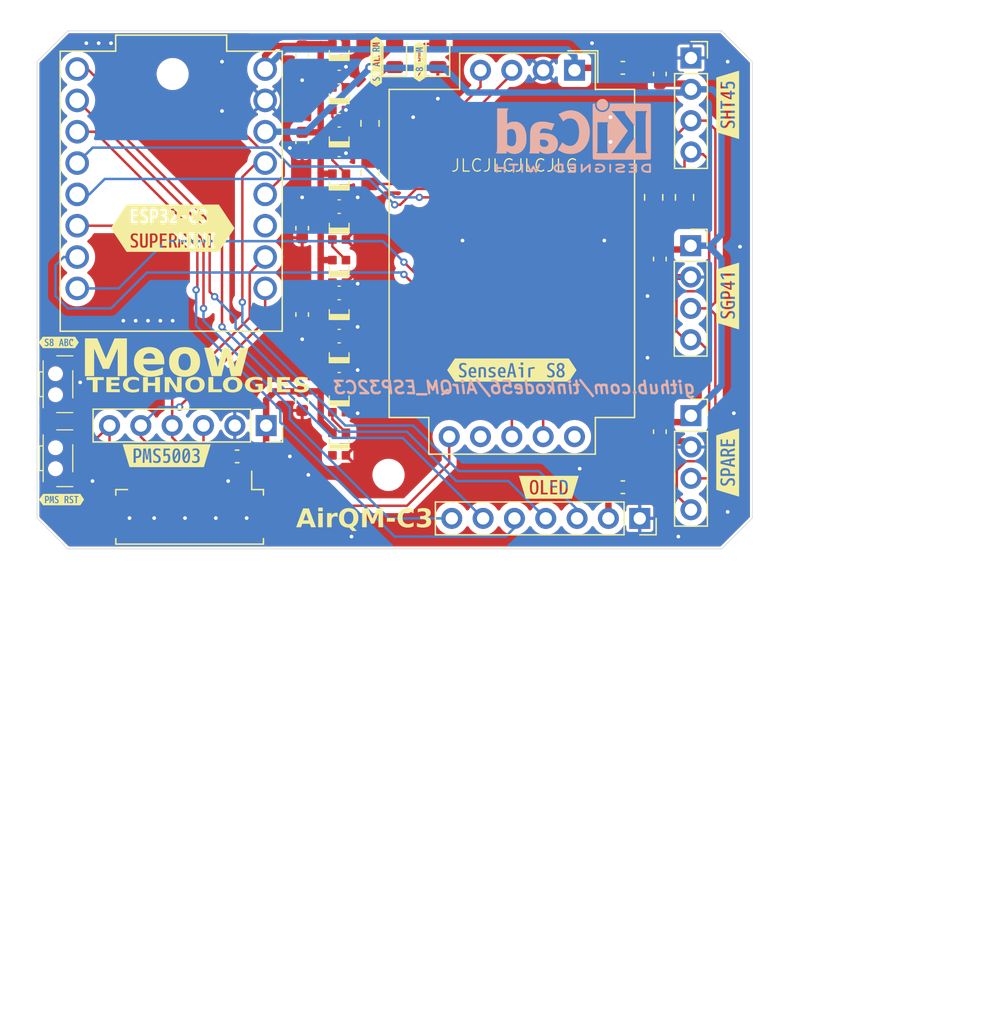
<source format=kicad_pcb>
(kicad_pcb (version 20240108) (generator "pcbnew") (generator_version "8.0")
  (title_block (title "AirQM-C3") (date "2024-03-29") (rev "1") (company "Meow TECHNOLOGIES"))
  (layers (0 "F.Cu" signal) (31 "B.Cu" signal) (34 "B.Paste" user) (35 "F.Paste" user) (36 "B.SilkS" user "B.Silkscreen") (37 "F.SilkS" user "F.Silkscreen") (38 "B.Mask" user) (39 "F.Mask" user) (44 "Edge.Cuts" user))
  (net 0 "")
  (net 1 "+5V")
  (net 2 "GND")
  (net 3 "+3.3V")
  (net 4 "Net-(D1-K)")
  (net 5 "Net-(D2-A)")
  (net 6 "/PMS_TX")
  (net 7 "/PMS_RST")
  (net 8 "/PMS_RX")
  (net 10 "unconnected-(J2-Pin_3-Pad3)")
  (net 12 "/I2C_SDA")
  (net 13 "/I2C_SCL")
  (net 14 "/OLED_CS")
  (net 15 "/OLED_SDA")
  (net 16 "/OLED_SCK")
  (net 17 "/OLED_RES")
  (net 18 "/OLED_DC")
  (net 19 "Net-(U2-ALARM_OC)")
  (net 20 "Net-(U2-PWM_1KHZ)")
  (net 21 "Net-(U2-BCAL_IN)")
  (net 23 "/S8_TxD")
  (net 24 "Net-(D3-DOUT)")
  (net 25 "/S8_RxD")
  (net 26 "S8_DVCC")
  (net 28 "/NEOPIXEL")
  (net 29 "Net-(D4-DOUT)")
  (net 30 "Net-(D5-DOUT)")
  (net 31 "Net-(D6-DOUT)")
  (net 32 "Net-(D7-DOUT)")
  (net 33 "Net-(D8-DOUT)")
  (net 34 "Net-(D10-DIN)")
  (net 35 "Net-(D10-DOUT)")
  (net 36 "Net-(D11-DOUT)")
  (footprint "Capacitor_SMD:C_0603_1608Metric" (layer "F.Cu") (at 120.5 83.5 90)
    (property "Reference" "C2" (hide yes))
    (property "Value" "0.1u")
  )
  (footprint "LED_SMD:LED_0805_2012Metric" (layer "F.Cu") (at 102.5 82 90)
    (property "Reference" "D2" (hide yes))
    (property "Value" "PWM_LED")
  )
  (footprint "kibuzzard-660842DD" (layer "F.Cu") (at 72 118)
    (property "Reference" "kibuzzard-660842DD" (hide yes))
    (property "Value" "G***" (hide yes))
  )
  (footprint "Connector_Molex:Molex_PicoBlade_53261-0871_1x08-1MP_P1.25mm_Horizontal" (layer "F.Cu") (at 82.375 118.9)
    (property "Reference" "J2" (hide yes))
    (property "Value" "PMS5003")
  )
  (footprint "ws2812_airqm:ws2812_airqm" (layer "F.Cu") (at 94.5 110 -90)
    (property "Reference" "D11" (hide yes))
    (property "Value" "WS2812B")
  )
  (footprint "Connector_PinSocket_2.54mm:PinSocket_1x06_P2.54mm_Vertical" (layer "F.Cu") (at 88.58 112 -90)
    (property "Reference" "J1" (hide yes))
    (property "Value" "PMS5003 adapt")
  )
  (footprint "kibuzzard-660842BE" (layer "F.Cu") (at 108.5 107.5)
    (property "Reference" "kibuzzard-660842BE" (hide yes))
    (property "Value" "G***" (hide yes))
  )
  (footprint "ws2812_airqm:ws2812_airqm" (layer "F.Cu") (at 94.5 92.5 -90)
    (property "Reference" "D6" (hide yes))
    (property "Value" "WS2812B")
  )
  (footprint "Connector_PinSocket_2.54mm:PinSocket_1x04_P2.54mm_Vertical" (layer "F.Cu") (at 123.025 82.2)
    (property "Reference" "J3" (hide yes))
    (property "Value" "SHT45")
  )
  (footprint "ws2812_airqm:ws2812_airqm" (layer "F.Cu") (at 94.5 113.5 -90)
    (property "Reference" "D12" (hide yes))
    (property "Value" "WS2812B")
  )
  (footprint "kibuzzard-66084210" (layer "F.Cu") (at 126 101.5 90)
    (property "Reference" "kibuzzard-66084210" (hide yes))
    (property "Value" "G***" (hide yes))
  )
  (footprint "ws2812_airqm:ws2812_airqm" (layer "F.Cu") (at 94.5 103 -90)
    (property "Reference" "D9" (hide yes))
    (property "Value" "WS2812B")
  )
  (footprint "ws2812_airqm:ws2812_airqm" (layer "F.Cu") (at 94.5 99.5 -90)
    (property "Reference" "D8" (hide yes))
    (property "Value" "WS2812B")
  )
  (footprint "esp32c3_supermini:MODULE_ESP32-C3_SUPERMINI" (layer "F.Cu") (at 80.88 93)
    (property "Reference" "U1" (hide yes))
    (property "Value" "ESP32-C3_SUPERMINI")
  )
  (footprint "Capacitor_SMD:C_0603_1608Metric" (layer "F.Cu") (at 91.5 103 -90)
    (property "Reference" "C10" (hide yes))
    (property "Value" "0.1u")
  )
  (footprint "Resistor_SMD:R_0805_2012Metric" (layer "F.Cu") (at 122.5 93.5 -90)
    (property "Reference" "R4" (hide yes))
    (property "Value" "10k")
  )
  (footprint "MountingHole:MountingHole_2.1mm" (layer "F.Cu") (at 81 83.5)
    (property "Reference" "REF**" (hide yes))
    (property "Value" "MountingHole_2.1mm")
  )
  (footprint "Capacitor_SMD:C_0603_1608Metric" (layer "F.Cu") (at 120.5 98.5 -90)
    (property "Reference" "C3" (hide yes))
    (property "Value" "0.1u")
  )
  (footprint "Resistor_SMD:R_0805_2012Metric" (layer "F.Cu") (at 120 93.5 -90)
    (property "Reference" "R3" (hide yes))
    (property "Value" "10k")
  )
  (footprint "kibuzzard-66084234" (layer "F.Cu") (at 126 115 90)
    (property "Reference" "kibuzzard-66084234" (hide yes))
    (property "Value" "G***" (hide yes))
  )
  (footprint "ws2812_airqm:ws2812_airqm" (layer "F.Cu") (at 94.5 82 -90)
    (property "Reference" "D3" (hide yes))
    (property "Value" "WS2812B")
  )
  (footprint "Sensor:Senseair_S8_Up" (layer "F.Cu") (at 113.58 83.1975 -90)
    (property "Reference" "U2" (hide yes))
    (property "Value" "004-0-0053")
  )
  (footprint "ws2812_airqm:ws2812_airqm" (layer "F.Cu") (at 94.5 89 -90)
    (property "Reference" "D5" (hide yes))
    (property "Value" "WS2812B")
  )
  (footprint "Connector_PinSocket_2.54mm:PinSocket_1x04_P2.54mm_Vertical" (layer "F.Cu") (at 123.025 111.2)
    (property "Reference" "J5" (hide yes))
    (property "Value" "Spare I2C")
  )
  (footprint "LED_SMD:LED_0805_2012Metric" (layer "F.Cu") (at 99 82 90)
    (property "Reference" "D1" (hide yes))
    (property "Value" "Alarm_LED")
  )
  (footprint "Capacitor_SMD:C_0603_1608Metric" (layer "F.Cu") (at 91.5 96 -90)
    (property "Reference" "C9" (hide yes))
    (property "Value" "0.1u")
  )
  (footprint "tactile_switch_airqm:tactile_switch_airqm" (layer "F.Cu") (at 71.5 108.65 90)
    (property "Reference" "SW2" (hide yes))
    (property "Value" "SW_Push")
  )
  (footprint "kibuzzard-6608431D" (layer "F.Cu") (at 97.5 82.5 90)
    (property "Reference" "kibuzzard-6608431D" (hide yes))
    (property "Value" "G***" (hide yes))
  )
  (footprint "Capacitor_SMD:C_0603_1608Metric" (layer "F.Cu") (at 91.5 89 -90)
    (property "Reference" "C8" (hide yes))
    (property "Value" "0.1u")
  )
  (footprint "ws2812_airqm:ws2812_airqm" (layer "F.Cu") (at 94.5 106.5 -90)
    (property "Reference" "D10" (hide yes))
    (property "Value" "WS2812B")
  )
  (footprint "Capacitor_SMD:C_0603_1608Metric" (layer "F.Cu") (at 117.5 117)
    (property "Reference" "C5" (hide yes))
    (property "Value" "0.1u")
  )
  (footprint "Capacitor_SMD:C_0603_1608Metric" (layer "F.Cu") (at 120.5 112.5 -90)
    (property "Reference" "C4" (hide yes))
    (property "Value" "0.1u")
  )
  (footprint "kibuzzard-66084205" (layer "F.Cu") (at 126 86 90)
    (property "Reference" "kibuzzard-66084205" (hide yes))
    (property "Value" "G***" (hide yes))
  )
  (footprint "Connector_PinSocket_2.54mm:PinSocket_1x07_P2.54mm_Vertical" (layer "F.Cu") (at 118.87 119.525 -90)
    (property "Reference" "J6" (hide yes))
    (property "Value" "OLED")
  )
  (footprint "Capacitor_SMD:C_0603_1608Metric" (layer "F.Cu") (at 91.5 82 -90)
    (property "Reference" "C7" (hide yes))
    (property "Value" "0.1u")
  )
  (footprint "Capacitor_SMD:C_0603_1608Metric" (layer "F.Cu") (at 86.225 114.5 180)
    (property "Reference" "C6" (hide yes))
    (property "Value" "0.1u")
  )
  (footprint "Connector_PinSocket_2.54mm:PinSocket_1x04_P2.54mm_Vertical" (layer "F.Cu") (at 123 97.42)
    (property "Reference" "J4" (hide yes))
    (property "Value" "SGP41")
  )
  (footprint "Capacitor_SMD:C_0603_1608Metric" (layer "F.Cu") (at 91.5 110 -90)
    (property "Reference" "C11" (hide yes))
    (property "Value" "0.1u")
  )
  (footprint "kibuzzard-6608425C" (layer "F.Cu") (at 80.513824 114.443631)
    (property "Reference" "kibuzzard-6608425C" (hide yes))
    (property "Value" "G***" (hide yes))
  )
  (footprint "Resistor_SMD:R_0805_2012Metric" (layer "F.Cu") (at 97 87.5 90)
    (property "Reference" "R2" (hide yes))
    (property "Value" "4.7k")
  )
  (footprint "MountingHole:MountingHole_2.1mm" (layer "F.Cu") (at 98.5 116)
    (property "Reference" "REF**" (hide yes))
    (property "Value" "MountingHole_2.1mm")
  )
  (footprint "Resistor_SMD:R_0805_2012Metric" (layer "F.Cu") (at 97 91.5 90)
    (property "Reference" "R1" (hide yes))
    (property "Value" "4.7k")
  )
  (footprint "ws2812_airqm:ws2812_airqm" (layer "F.Cu") (at 94.5 96 -90)
    (property "Reference" "D7" (hide yes))
    (property "Value" "WS2812B")
  )
  (footprint "kibuzzard-660842A3" (layer "F.Cu") (at 81 96)
    (property "Reference" "kibuzzard-660842A3" (hide yes))
    (property "Value" "G***" (hide yes))
  )
  (footprint "kibuzzard-660842F1" (layer "F.Cu") (at 71.773801 105.260215)
    (property "Reference" "kibuzzard-660842F1" (hide yes))
    (property "Value" "G***" (hide yes))
  )
  (footprint "Capacitor_SMD:C_0603_1608Metric" (layer "F.Cu") (at 117.5 83)
    (property "Reference" "C1" (hide yes))
    (property "Value" "0.1u")
  )
  (footprint "kibuzzard-66084249" (layer "F.Cu") (at 111.5 117)
    (property "Reference" "kibuzzard-66084249" (hide yes))
    (property "Value" "G***" (hide yes))
  )
  (footprint "ws2812_airqm:ws2812_airqm" (layer "F.Cu") (at 94.5 85.5 -90)
    (property "Reference" "D4" (hide yes))
    (property "Value" "WS2812B")
  )
  (footprint "kibuzzard-66084324" (layer "F.Cu") (at 101 82.5 90)
    (property "Reference" "kibuzzard-66084324" (hide yes))
    (property "Value" "G***" (hide yes))
  )
  (footprint "tactile_switch_airqm:tactile_switch_airqm" (layer "F.Cu") (at 71.5 114.65 90)
    (property "Reference" "SW1" (hide yes))
    (property "Value" "SW_Push")
  )
  (footprint "Symbol:KiCad-Logo2_5mm_SilkScreen" (layer "B.Cu") (at 113.5 88.5 180)
    (property "Reference" "REF**" (hide yes))
    (property "Value" "KiCad-Logo2_5mm_SilkScreen" (hide yes))
  )
  (gr_line (start 70 82.5) (end 70 119.5) (stroke (width 0.05)) (layer "Edge.Cuts"))
  (gr_line (start 72.5 122) (end 70 119.5) (stroke (width 0.05)) (layer "Edge.Cuts"))
  (gr_line (start 128 82.5) (end 128 119.5) (stroke (width 0.05)) (layer "Edge.Cuts"))
  (gr_line (start 125.5 122) (end 128 119.5) (stroke (width 0.05)) (layer "Edge.Cuts"))
  (gr_line (start 125.5 80) (end 128 82.5) (stroke (width 0.05)) (layer "Edge.Cuts"))
  (gr_line (start 70 82.5) (end 72.5 80) (stroke (width 0.05)) (layer "Edge.Cuts"))
  (gr_line (start 72.5 122) (end 125.5 122) (stroke (width 0.05)) (layer "Edge.Cuts"))
  (gr_line (start 125.5 80) (end 72.5 80) (stroke (width 0.05)) (layer "Edge.Cuts"))
  (gr_text "github.com/tinkode56/AirQM_ESP32C3" (at 123.5 109.5 0) (layer "B.SilkS") (effects (font (size 1 1) (thickness 0.2) (bold yes) (italic yes)) (justify left bottom mirror)))
  (gr_text "TECHNOLOGIES" (at 74 109.5 0) (layer "F.SilkS") (effects (font (size 1.2 1.5) (thickness 0.25) (bold yes)) (justify left bottom)))
  (gr_text "JLCJLCJLCJLC" (at 103.5 91.5 0) (layer "F.SilkS") (effects (font (size 1 1) (thickness 0.1)) (justify left bottom)))
  (gr_text "Meow" (at 73.5 108.5 0) (layer "F.SilkS") (effects (font (size 3 3) (thickness 0.6) (bold yes)) (justify left bottom)))
  (gr_text "AirQM-C3" (at 91 120.5 0) (layer "F.SilkS") (effects (font (size 1.5 1.5) (thickness 0.3) (bold yes)) (justify left bottom)))
  (segment (start 93.085 98.585) (end 93 98.5) (width 0.52) (layer "F.Cu") (net 1))
  (segment (start 88.5 82) (end 89.275 81.225) (width 0.52) (layer "F.Cu") (net 1))
  (segment (start 93.81 88.225) (end 93.95 88.085) (width 0.52) (layer "F.Cu") (net 1))
  (segment (start 86.75 116.5) (end 86.75 114.75) (width 0.52) (layer "F.Cu") (net 1))
  (segment (start 93 84.5) (end 93 91.5) (width 0.52) (layer "F.Cu") (net 1))
  (segment (start 91.5 109.225) (end 93.81 109.225) (width 0.52) (layer "F.Cu") (net 1))
  (segment (start 116.725 83) (end 113.7775 83) (width 0.52) (layer "F.Cu") (net 1))
  (segment (start 93.085 105.585) (end 93 105.5) (width 0.52) (layer "F.Cu") (net 1))
  (segment (start 87.5 114.5) (end 88.58 113.42) (width 0.52) (layer "F.Cu") (net 1))
  (segment (start 93.95 91.585) (end 93.085 91.585) (width 0.52) (layer "F.Cu") (net 1))
  (segment (start 93 105.5) (end 93 111.635) (width 0.52) (layer "F.Cu") (net 1))
  (segment (start 93.95 105.585) (end 93.085 105.585) (width 0.52) (layer "F.Cu") (net 1))
  (segment (start 91.5 102.225) (end 93.81 102.225) (width 0.52) (layer "F.Cu") (net 1))
  (segment (start 93 98.5) (end 93 105.5) (width 0.52) (layer "F.Cu") (net 1))
  (segment (start 93 111.635) (end 93.95 112.585) (width 0.52) (layer "F.Cu") (net 1))
  (segment (start 93.81 109.225) (end 93.95 109.085) (width 0.52) (layer "F.Cu") (net 1))
  (segment (start 88.58 112) (end 88.58 109.92) (width 0.52) (layer "F.Cu") (net 1))
  (segment (start 93.95 84.585) (end 93.085 84.585) (width 0.52) (layer "F.Cu") (net 1))
  (segment (start 88.58 109.92) (end 89.275 109.225) (width 0.52) (layer "F.Cu") (net 1))
  (segment (start 93 91.5) (end 93 98.5) (width 0.52) (layer "F.Cu") (net 1))
  (segment (start 93.085 91.585) (end 93 91.5) (width 0.52) (layer "F.Cu") (net 1))
  (segment (start 88.58 113.42) (end 88.58 112) (width 0.52) (layer "F.Cu") (net 1))
  (segment (start 87 114.5) (end 87.5 114.5) (width 0.52) (layer "F.Cu") (net 1))
  (segment (start 88.5 83.1) (end 88.5 82) (width 0.52) (layer "F.Cu") (net 1))
  (segment (start 91.64 81.085) (end 91.5 81.225) (width 0.52) (layer "F.Cu") (net 1))
  (segment (start 91.5 88.225) (end 93.81 88.225) (width 0.52) (layer "F.Cu") (net 1))
  (segment (start 93.95 98.585) (end 93.085 98.585) (width 0.52) (layer "F.Cu") (net 1))
  (segment (start 93.81 102.225) (end 93.95 102.085) (width 0.52) (layer "F.Cu") (net 1))
  (segment (start 93.81 95.225) (end 93.95 95.085) (width 0.52) (layer "F.Cu") (net 1))
  (segment (start 86.75 114.75) (end 87 114.5) (width 0.52) (layer "F.Cu") (net 1))
  (segment (start 91.5 95.225) (end 93.81 95.225) (width 0.52) (layer "F.Cu") (net 1))
  (segment (start 113.7775 83) (end 113.58 83.1975) (width 0.52) (layer "F.Cu") (net 1))
  (segment (start 93 81.085) (end 93 84.5) (width 0.52) (layer "F.Cu") (net 1))
  (segment (start 93.085 84.585) (end 93 84.5) (width 0.52) (layer "F.Cu") (net 1))
  (segment (start 93 81.085) (end 91.64 81.085) (width 0.52) (layer "F.Cu") (net 1))
  (segment (start 93.95 81.085) (end 93 81.085) (width 0.52) (layer "F.Cu") (net 1))
  (segment (start 89.275 81.225) (end 91.5 81.225) (width 0.52) (layer "F.Cu") (net 1))
  (segment (start 89.275 109.225) (end 91.5 109.225) (width 0.52) (layer "F.Cu") (net 1))
  (segment (start 113.58 83.1975) (end 113.58 82.08) (width 0.52) (layer "B.Cu") (net 1))
  (segment (start 113.58 82.08) (end 113 81.5) (width 0.52) (layer "B.Cu") (net 1))
  (segment (start 113 81.5) (end 90.1 81.5) (width 0.52) (layer "B.Cu") (net 1))
  (segment (start 90.1 81.5) (end 88.5 83.1) (width 0.52) (layer "B.Cu") (net 1))
  (segment (start 120.5 99.5) (end 120.96 99.96) (width 0.5) (layer "F.Cu") (net 2))
  (segment (start 120.5 99.275) (end 120.5 99.5) (width 0.5) (layer "F.Cu") (net 2))
  (segment (start 120.96 99.96) (end 123 99.96) (width 0.5) (layer "F.Cu") (net 2))
  (segment (start 122.56 113.275) (end 123.025 113.74) (width 0.5) (layer "F.Cu") (net 2))
  (segment (start 120.5 113.275) (end 122.56 113.275) (width 0.5) (layer "F.Cu") (net 2))
  (segment (start 85.45 116.45) (end 85.5 116.5) (width 0.2) (layer "F.Cu") (net 2))
  (segment (start 85.45 114.5) (end 85.45 116.45) (width 0.5) (layer "F.Cu") (net 2))
  (via (at 77 103.5) (size 0.6) (drill 0.3) (layers "F.Cu" "B.Cu") (net 2))
  (via (at 74 81) (size 0.6) (drill 0.3) (layers "F.Cu" "B.Cu") (net 2))
  (via (at 119.5 106.5) (size 0.6) (drill 0.3) (layers "F.Cu" "B.Cu") (net 2))
  (via (at 96 111) (size 0.6) (drill 0.3) (layers "F.Cu" "B.Cu") (net 2))
  (via (at 95.05 89.915) (size 0.6) (drill 0.3) (layers "F.Cu" "B.Cu") (net 2))
  (via (at 96 100.5) (size 0.6) (drill 0.3) (layers "F.Cu" "B.Cu") (net 2))
  (via (at 115 81) (size 0.6) (drill 0.3) (layers "F.Cu" "B.Cu") (net 2))
  (via (at 79 103.5) (size 0.6) (drill 0.3) (layers "F.Cu" "B.Cu") (net 2))
  (via (at 127 97.5) (size 0.6) (drill 0.3) (layers "F.Cu" "B.Cu") (net 2))
  (via (at 75 81) (size 0.6) (drill 0.3) (layers "F.Cu" "B.Cu") (net 2))
  (via (at 91.5 93.5) (size 0.6) (drill 0.3) (layers "F.Cu" "B.Cu") (net 2))
  (via (at 96 107.5) (size 0.6) (drill 0.3) (layers "F.Cu" "B.Cu") (net 2))
  (via (at 116 97) (size 0.6) (drill 0.3) (layers "F.Cu" "B.Cu") (net 2))
  (via (at 126 119) (size 0.6) (drill 0.3) (layers "F.Cu" "B.Cu") (net 2))
  (via (at 84.5 119.5) (size 0.6) (drill 0.3) (layers "F.Cu" "B.Cu") (net 2))
  (via (at 102.5 85.5) (size 0.6) (drill 0.3) (layers "F.Cu" "B.Cu") (net 2))
  (via (at 96 104) (size 0.6) (drill 0.3) (layers "F.Cu" "B.Cu") (net 2))
  (via (at 122 121) (size 0.6) (drill 0.3) (layers "F.Cu" "B.Cu") (net 2))
  (via (at 104.5 97) (size 0.6) (drill 0.3) (layers "F.Cu" "B.Cu") (net 2))
  (via (at 116.5 87) (size 0.6) (drill 0.3) (layers "F.Cu" "B.Cu") (net 2))
  (via (at 74.5 116.5) (size 0.6) (drill 0.3) (layers "F.Cu" "B.Cu") (net 2))
  (via (at 79.5 119.5) (size 0.6) (drill 0.3) (layers "F.Cu" "B.Cu") (net 2))
  (via (at 114 115.5) (size 0.6) (drill 0.3) (layers "F.Cu" "B.Cu") (net 2))
  (via (at 81 103.5) (size 0.6) (drill 0.3) (layers "F.Cu" "B.Cu") (net 2))
  (via (at 126.5 111) (size 0.6) (drill 0.3) (layers "F.Cu" "B.Cu") (net 2))
  (via (at 96 93.5) (size 0.6) (drill 0.3) (layers "F.Cu" "B.Cu") (net 2))
  (via (at 95.05 86.415) (size 0.6) (drill 0.3) (layers "F.Cu" "B.Cu") (net 2))
  (via (at 95.05 82.915) (size 0.6) (drill 0.3) (layers "F.Cu" "B.Cu") (net 2))
  (via (at 80 103.5) (size 0.6) (drill 0.3) (layers "F.Cu" "B.Cu") (net 2))
  (via (at 119.5 101.5) (size 0.6) (drill 0.3) (layers "F.Cu" "B.Cu") (net 2))
  (via (at 126 82.5) (size 0.6) (drill 0.3) (layers "F.Cu" "B.Cu") (net 2))
  (via (at 85 86.5) (size 0.6) (drill 0.3) (layers "F.Cu" "B.Cu") (net 2))
  (via (at 82 119.5) (size 0.6) (drill 0.3) (layers "F.Cu" "B.Cu") (net 2))
  (via (at 73.5 108.5) (size 0.6) (drill 0.3) (layers "F.Cu" "B.Cu") (net 2))
  (via (at 100.5 87) (size 0.6) (drill 0.3) (layers "F.Cu" "B.Cu") (net 2))
  (via (at 77.5 119.5) (size 0.6) (drill 0.3) (layers "F.Cu" "B.Cu") (net 2))
  (via (at 87 119.5) (size 0.6) (drill 0.3) (layers "F.Cu" "B.Cu") (net 2))
  (via (at 90.5 89.5) (size 0.6) (drill 0.3) (layers "F.Cu" "B.Cu") (net 2))
  (via (at 76 81) (size 0.6) (drill 0.3) (layers "F.Cu" "B.Cu") (net 2))
  (via (at 95.5 121) (size 0.6) (drill 0.3) (layers "F.Cu" "B.Cu") (net 2))
  (via (at 91.5 105) (size 0.6) (drill 0.3) (layers "F.Cu" "B.Cu") (net 2))
  (via (at 90.5 114.5) (size 0.6) (drill 0.3) (layers "F.Cu" "B.Cu") (net 2))
  (via (at 78 103.5) (size 0.6) (drill 0.3) (layers "F.Cu" "B.Cu") (net 2))
  (via (at 85 82.5) (size 0.6) (drill 0.3) (layers "F.Cu" "B.Cu") (net 2))
  (via (at 116.5 89) (size 0.6) (drill 0.3) (layers "F.Cu" "B.Cu") (net 2))
  (via (at 91.5 84) (size 0.6) (drill 0.3) (layers "F.Cu" "B.Cu") (net 2))
  (via (at 85.5 116.5) (size 0.6) (drill 0.3) (layers "F.Cu" "B.Cu") (net 2))
  (via (at 92 116) (size 0.6) (drill 0.3) (layers "F.Cu" "B.Cu") (net 2))
  (segment (start 120 94.4125) (end 122.5 94.4125) (width 0.52) (layer "F.Cu") (net 3))
  (segment (start 120.5 97.725) (end 122.695 97.725) (width 0.52) (layer "F.Cu") (net 3))
  (segment (start 97.0625 83) (end 99 81.0625) (width 0.52) (layer "F.Cu") (net 3))
  (segment (start 122.5 111.725) (end 123.025 111.2) (width 0.52) (layer "F.Cu") (net 3))
  (segment (start 120 97.225) (end 120.5 97.725) (width 0.52) (layer "F.Cu") (net 3))
  (segment (start 119.275 111.725) (end 120.5 111.725) (width 0.52) (layer "F.Cu") (net 3))
  (segment (start 120 94.4125) (end 120 97.225) (width 0.52) (layer "F.Cu") (net 3))
  (segment (start 122.56 84.275) (end 123.025 84.74) (width 0.52) (layer "F.Cu") (net 3))
  (segment (start 120.5 84.275) (end 122.56 84.275) (width 0.52) (layer "F.Cu") (net 3))
  (segment (start 122.695 97.725) (end 123 97.42) (width 0.52) (layer "F.Cu") (net 3))
  (segment (start 116.725 114.275) (end 119.275 111.725) (width 0.52) (layer "F.Cu") (net 3))
  (segment (start 116.725 117) (end 116.725 114.275) (width 0.52) (layer "F.Cu") (net 3))
  (segment (start 116.33 117.395) (end 116.725 117) (width 0.52) (layer "F.Cu") (net 3))
  (segment (start 116.33 119.525) (end 116.33 117.395) (width 0.52) (layer "F.Cu") (net 3))
  (segment (start 120.5 111.725) (end 122.5 111.725) (width 0.52) (layer "F.Cu") (net 3))
  (segment (start 97 83) (end 97.0625 83) (width 0.52) (layer "F.Cu") (net 3))
  (via (at 97 83) (size 0.8) (drill 0.4) (layers "F.Cu" "B.Cu") (net 3))
  (segment (start 125.5 85.5) (end 124.74 84.74) (width 0.52) (layer "B.Cu") (net 3))
  (segment (start 123 97.42) (end 124.58 97.42) (width 0.52) (layer "B.Cu") (net 3))
  (segment (start 122.765 85) (end 123.025 84.74) (width 0.52) (layer "B.Cu") (net 3))
  (segment (start 125.5 98.5) (end 124.42 97.42) (width 0.52) (layer "B.Cu") (net 3))
  (segment (start 123.025 111.2) (end 125.5 108.725) (width 0.52) (layer "B.Cu") (net 3))
  (segment (start 124.58 97.42) (end 125.5 96.5) (width 0.52) (layer "B.Cu") (net 3))
  (segment (start 125.5 108.725) (end 125.5 98.5) (width 0.52) (layer "B.Cu") (net 3))
  (segment (start 91.82 88.18) (end 97 83) (width 0.52) (layer "B.Cu") (net 3))
  (segment (start 103 83) (end 105 85) (width 0.52) (layer "B.Cu") (net 3))
  (segment (start 124.74 84.74) (end 123.025 84.74) (width 0.52) (layer "B.Cu") (net 3))
  (segment (start 125.5 96.5) (end 125.5 85.5) (width 0.52) (layer "B.Cu") (net 3))
  (segment (start 124.42 97.42) (end 123 97.42) (width 0.52) (layer "B.Cu") (net 3))
  (segment (start 105 85) (end 122.765 85) (width 0.52) (layer "B.Cu") (net 3))
  (segment (start 97 83) (end 103 83) (width 0.52) (layer "B.Cu") (net 3))
  (segment (start 88.5 88.18) (end 91.82 88.18) (width 0.52) (layer "B.Cu") (net 3))
  (segment (start 96 89.5875) (end 97 90.5875) (width 0.2) (layer "F.Cu") (net 4))
  (segment (start 98.5625 82.9375) (end 96 85.5) (width 0.2) (layer "F.Cu") (net 4))
  (segment (start 96 85.5) (end 96 89.5875) (width 0.2) (layer "F.Cu") (net 4))
  (segment (start 99 82.9375) (end 98.5625 82.9375) (width 0.2) (layer "F.Cu") (net 4))
  (segment (start 97 86.5875) (end 98.4125 86.5875) (width 0.2) (layer "F.Cu") (net 5))
  (segment (start 101 84) (end 101 81.5) (width 0.2) (layer "F.Cu") (net 5))
  (segment (start 98.4125 86.5875) (end 101 84) (width 0.2) (layer "F.Cu") (net 5))
  (segment (start 101.4375 81.0625) (end 102.5 81.0625) (width 0.2) (layer "F.Cu") (net 5))
  (segment (start 101 81.5) (end 101.4375 81.0625) (width 0.2) (layer "F.Cu") (net 5))
  (segment (start 87.2475 99.5925) (end 87.2475 103.2525) (width 0.2) (layer "F.Cu") (net 6))
  (segment (start 80.96 109.54) (end 80.96 112) (width 0.2) (layer "F.Cu") (net 6))
  (segment (start 83 116.5) (end 83 115) (width 0.2) (layer "F.Cu") (net 6))
  (segment (start 88.5 98.34) (end 87.2475 99.5925) (width 0.2) (layer "F.Cu") (net 6))
  (segment (start 83 115) (end 80.96 112.96) (width 0.2) (layer "F.Cu") (net 6))
  (segment (start 80.96 112.96) (end 80.96 112) (width 0.2) (layer "F.Cu") (net 6))
  (segment (start 87.2475 103.2525) (end 80.96 109.54) (width 0.2) (layer "F.Cu") (net 6))
  (segment (start 80 114) (end 76.5 114) (width 0.2) (layer "F.Cu") (net 7))
  (segment (start 75.88 113.38) (end 75.88 112) (width 0.2) (layer "F.Cu") (net 7))
  (segment (start 76.5 114) (end 75.88 113.38) (width 0.2) (layer "F.Cu") (net 7))
  (segment (start 74.93 112.95) (end 75.88 112) (width 0.2) (layer "F.Cu") (net 7))
  (segment (start 80.5 114.5) (end 80 114) (width 0.2) (layer "F.Cu") (net 7))
  (segment (start 72.9 112.95) (end 74.93 112.95) (width 0.2) (layer "F.Cu") (net 7))
  (segment (start 80.5 116.5) (end 80.5 114.5) (width 0.2) (layer "F.Cu") (net 7))
  (segment (start 78.42 112.92) (end 78.42 112) (width 0.2) (layer "F.Cu") (net 8))
  (segment (start 80.5 113.5) (end 79 113.5) (width 0.2) (layer "F.Cu") (net 8))
  (segment (start 88.5 103.5) (end 88.5 100.88) (width 0.2) (layer "F.Cu") (net 8))
  (segment (start 81.75 114.75) (end 80.5 113.5) (width 0.2) (layer "F.Cu") (net 8))
  (segment (start 79 113.5) (end 78.42 112.92) (width 0.2) (layer "F.Cu") (net 8))
  (segment (start 81.56 110.44) (end 88.5 103.5) (width 0.2) (layer "F.Cu") (net 8))
  (segment (start 81.75 116.5) (end 81.75 114.75) (width 0.2) (layer "F.Cu") (net 8))
  (segment (start 81.56 110.5) (end 81.56 110.44) (width 0.2) (layer "F.Cu") (net 8))
  (via (at 81.56 110.5) (size 0.6) (drill 0.3) (layers "F.Cu" "B.Cu") (net 8))
  (segment (start 79.92 110.5) (end 78.42 112) (width 0.2) (layer "B.Cu") (net 8))
  (segment (start 81.56 110.5) (end 79.92 110.5) (width 0.2) (layer "B.Cu") (net 8))
  (segment (start 83.5 113.15) (end 83.5 112) (width 0.2) (layer "F.Cu") (net 10))
  (segment (start 84.25 116.5) (end 84.25 115.75) (width 0.2) (layer "F.Cu") (net 10))
  (segment (start 84.25 115.75) (end 83.5 115) (width 0.2) (layer "F.Cu") (net 10))
  (segment (start 83.5 115) (end 83.5 113.15) (width 0.2) (layer "F.Cu") (net 10))
  (segment (start 124.5 114.5) (end 124.5 106) (width 0.2) (layer "F.Cu") (net 12))
  (segment (start 122.54 105.04) (end 121.85 104.35) (width 0.2) (layer "F.Cu") (net 12))
  (segment (start 121.85 101.65) (end 122.39 101.11) (width 0.2) (layer "F.Cu") (net 12))
  (segment (start 123.54 105.04) (end 123 105.04) (width 0.2) (layer "F.Cu") (net 12))
  (segment (start 121.5875 93.5) (end 122.5 92.5875) (width 0.2) (layer "F.Cu") (net 12))
  (segment (start 123.025 118.82) (end 121.875 117.67) (width 0.2) (layer "F.Cu") (net 12))
  (segment (start 122.5 92.5875) (end 122.5 90.345) (width 0.2) (layer "F.Cu") (net 12))
  (segment (start 124.5 106) (end 123.54 105.04) (width 0.2) (layer "F.Cu") (net 12))
  (segment (start 123.89 101.11) (end 124.5 100.5) (width 0.2) (layer "F.Cu") (net 12))
  (segment (start 124.11 114.89) (end 124.5 114.5) (width 0.2) (layer "F.Cu") (net 12))
  (segment (start 124 90) (end 123.205 90) (width 0.2) (layer "F.Cu") (net 12))
  (segment (start 123 105.04) (end 122.54 105.04) (width 0.2) (layer "F.Cu") (net 12))
  (segment (start 124.5 100.5) (end 124.5 90.5) (width 0.2) (layer "F.Cu") (net 12))
  (segment (start 121.875 117.67) (end 121.875 115.625) (width 0.2) (layer "F.Cu") (net 12))
  (segment (start 121.85 104.35) (end 121.85 101.65) (width 0.2) (layer "F.Cu") (net 12))
  (segment (start 122.39 101.11) (end 123.89 101.11) (width 0.2) (layer "F.Cu") (net 12))
  (segment (start 124.5 90.5) (end 124 90) (width 0.2) (layer "F.Cu") (net 12))
  (segment (start 122.5 90.345) (end 123.025 89.82) (width 0.2) (layer "F.Cu") (net 12))
  (segment (start 101 93.5) (end 121.5875 93.5) (width 0.2) (layer "F.Cu") (net 12))
  (segment (start 122.61 114.89) (end 124.11 114.89) (width 0.2) (layer "F.Cu") (net 12))
  (segment (start 123.205 90) (end 123.025 89.82) (width 0.2) (layer "F.Cu") (net 12))
  (segment (start 121.875 115.625) (end 122.61 114.89) (width 0.2) (layer "F.Cu") (net 12))
  (via (at 101 93.5) (size 0.6) (drill 0.3) (layers "F.Cu" "B.Cu") (net 12))
  (segment (start 74.5125 89.4675) (end 73.26 90.72) (width 0.2) (layer "B.Cu") (net 12))
  (segment (start 99 93.5) (end 96.5 91) (width 0.2) (layer "B.Cu") (net 12))
  (segment (start 89.018803 89.4675) (end 74.5125 89.4675) (width 0.2) (layer "B.Cu") (net 12))
  (segment (start 101 93.5) (end 99 93.5) (width 0.2) (layer "B.Cu") (net 12))
  (segment (start 96.5 91) (end 90.551303 91) (width 0.2) (layer "B.Cu") (net 12))
  (segment (start 90.551303 91) (end 89.018803 89.4675) (width 0.2) (layer "B.Cu") (net 12))
  (segment (start 120 92.5875) (end 119.775 92.8125) (width 0.2) (layer "F.Cu") (net 13))
  (segment (start 125 103) (end 124.5 102.5) (width 0.2) (layer "F.Cu") (net 13))
  (segment (start 123.025 116.28) (end 124.72 116.28) (width 0.2) (layer "F.Cu") (net 13))
  (segment (start 125 88) (end 124.28 87.28) (width 0.2) (layer "F.Cu") (net 13))
  (segment (start 124.5 102.5) (end 123 102.5) (width 0.2) (layer "F.Cu") (net 13))
  (segment (start 100.7375 92.8125) (end 99.45 94.1) (width 0.2) (layer "F.Cu") (net 13))
  (segment (start 124.28 87.28) (end 123.025 87.28) (width 0.2) (layer "F.Cu") (net 13))
  (segment (start 99.45 94.1) (end 99 94.1) (width 0.2) (layer "F.Cu") (net 13))
  (segment (start 124.72 116.28) (end 125 116) (width 0.2) (layer "F.Cu") (net 13))
  (segment (start 125 102) (end 125 88) (width 0.2) (layer "F.Cu") (net 13))
  (segment (start 119.775 92.8125) (end 100.7375 92.8125) (width 0.2) (layer "F.Cu") (net 13))
  (segment (start 120 90.305) (end 123.025 87.28) (width 0.2) (layer "F.Cu") (net 13))
  (segment (start 125 116) (end 125 103) (width 0.2) (layer "F.Cu") (net 13))
  (segment (start 124.5 102.5) (end 125 102) (width 0.2) (layer "F.Cu") (net 13))
  (segment (start 120 92.5875) (end 120 90.305) (width 0.2) (layer "F.Cu") (net 13))
  (via (at 99 94.1) (size 0.6) (drill 0.3) (layers "F.Cu" "B.Cu") (net 13))
  (segment (start 99 94.1) (end 96.9075 92.0075) (width 0.2) (layer "B.Cu") (net 13))
  (segment (start 96.9075 92.0075) (end 75.4925 92.0075) (width 0.2) (layer "B.Cu") (net 13))
  (segment (start 74.24 93.26) (end 73.26 93.26) (width 0.2) (layer "B.Cu") (net 13))
  (segment (start 75.4925 92.0075) (end 74.24 93.26) (width 0.2) (layer "B.Cu") (net 13))
  (segment (start 74.68 88.18) (end 83.5 97) (width 0.2) (layer "F.Cu") (net 14))
  (segment (start 83.5 97) (end 83.5 102.5) (width 0.2) (layer "F.Cu") (net 14))
  (segment (start 73.26 88.18) (end 74.68 88.18) (width 0.2) (layer "F.Cu") (net 14))
  (via (at 83.5 102.5) (size 0.6) (drill 0.3) (layers "F.Cu" "B.Cu") (net 14))
  (segment (start 98.525 119.525) (end 103.63 119.525) (width 0.2) (layer "B.Cu") (net 14))
  (segment (start 90.5 110.5) (end 90.5 111.5) (width 0.2) (layer "B.Cu") (net 14))
  (segment (start 83.5 103.5) (end 90.5 110.5) (width 0.2) (layer "B.Cu") (net 14))
  (segment (start 83.5 102.5) (end 83.5 103.5) (width 0.2) (layer "B.Cu") (net 14))
  (segment (start 90.5 111.5) (end 98.525 119.525) (width 0.2) (layer "B.Cu") (net 14))
  (segment (start 84 101.151471) (end 84 96.38) (width 0.2) (layer "F.Cu") (net 15))
  (segment (start 84 96.38) (end 73.26 85.64) (width 0.2) (layer "F.Cu") (net 15))
  (segment (start 84.4 101.551471) (end 84 101.151471) (width 0.2) (layer "F.Cu") (net 15))
  (via (at 84.4 101.551471) (size 0.6) (drill 0.3) (layers "F.Cu" "B.Cu") (net 15))
  (segment (start 84.4 101.551471) (end 86.1 103.251471) (width 0.2) (layer "B.Cu") (net 15))
  (segment (start 100 112.5) (end 104 116.5) (width 0.2) (layer "B.Cu") (net 15))
  (segment (start 86.1 104.1) (end 94.5 112.5) (width 0.2) (layer "B.Cu") (net 15))
  (segment (start 86.1 103.251471) (end 86.1 104.1) (width 0.2) (layer "B.Cu") (net 15))
  (segment (start 104 116.5) (end 108.225 116.5) (width 0.2) (layer "B.Cu") (net 15))
  (segment (start 108.225 116.5) (end 111.25 119.525) (width 0.2) (layer "B.Cu") (net 15))
  (segment (start 94.5 112.5) (end 100 112.5) (width 0.2) (layer "B.Cu") (net 15))
  (segment (start 86.6475 102) (end 86.6475 91.8525) (width 0.2) (layer "F.Cu") (net 16))
  (segment (start 86.6475 91.8525) (end 87.78 90.72) (width 0.2) (layer "F.Cu") (net 16))
  (segment (start 87.78 90.72) (end 88.5 90.72) (width 0.2) (layer "F.Cu") (net 16))
  (via (at 86.6475 102) (size 0.6) (drill 0.3) (layers "F.Cu" "B.Cu") (net 16))
  (segment (start 100.5 112) (end 104.19 115.69) (width 0.2) (layer "B.Cu") (net 16))
  (segment (start 95 112) (end 100.5 112) (width 0.2) (layer "B.Cu") (net 16))
  (segment (start 110.69 115.69) (end 113.79 118.79) (width 0.2) (layer "B.Cu") (net 16))
  (segment (start 86.6475 102) (end 86.6475 103.6475) (width 0.2) (layer "B.Cu") (net 16))
  (segment (start 86.6475 103.6475) (end 95 112) (width 0.2) (layer "B.Cu") (net 16))
  (segment (start 113.79 118.79) (end 113.79 119.525) (width 0.2) (layer "B.Cu") (net 16))
  (segment (start 104.19 115.69) (end 110.69 115.69) (width 0.2) (layer "B.Cu") (net 16))
  (segment (start 83 97.5) (end 81.3 95.8) (width 0.2) (layer "F.Cu") (net 17))
  (segment (start 82.9 101) (end 83 100.9) (width 0.2) (layer "F.Cu") (net 17))
  (segment (start 83 100.9) (end 83 97.5) (width 0.2) (layer "F.Cu") (net 17))
  (segment (start 81.3 95.8) (end 73.26 95.8) (width 0.2) (layer "F.Cu") (net 17))
  (via (at 82.9 101) (size 0.6) (drill 0.3) (layers "F.Cu" "B.Cu") (net 17))
  (segment (start 82.9 103.9) (end 89.73 110.73) (width 0.2) (layer "B.Cu") (net 17))
  (segment (start 89.73 110.73) (end 89.73 111.73) (width 0.2) (layer "B.Cu") (net 17))
  (segment (start 82.9 101) (end 82.9 103.9) (width 0.2) (layer "B.Cu") (net 17))
  (segment (start 89.73 111.73) (end 99 121) (width 0.2) (layer "B.Cu") (net 17))
  (segment (start 108.71 120.29) (end 108.71 119.525) (width 0.2) (layer "B.Cu") (net 17))
  (segment (start 99 121) (end 108 121) (width 0.2) (layer "B.Cu") (net 17))
  (segment (start 108 121) (end 108.71 120.29) (width 0.2) (layer "B.Cu") (net 17))
  (segment (start 75 84) (end 74.1 83.1) (width 0.2) (layer "F.Cu") (net 18))
  (segment (start 85 104) (end 85 96.5) (width 0.2) (layer "F.Cu") (net 18))
  (segment (start 85 96.5) (end 75 86.5) (width 0.2) (layer "F.Cu") (net 18))
  (segment (start 75 86.5) (end 75 84) (width 0.2) (layer "F.Cu") (net 18))
  (segment (start 74.1 83.1) (end 73.26 83.1) (width 0.2) (layer "F.Cu") (net 18))
  (via (at 85 104) (size 0.6) (drill 0.3) (layers "F.Cu" "B.Cu") (net 18))
  (segment (start 99.645 113) (end 106.17 119.525) (width 0.2) (layer "B.Cu") (net 18))
  (segment (start 94 113) (end 99.645 113) (width 0.2) (layer "B.Cu") (net 18))
  (segment (start 85 104) (end 94 113) (width 0.2) (layer "B.Cu") (net 18))
  (segment (start 97 92.4125) (end 99.5875 92.4125) (width 0.2) (layer "F.Cu") (net 19))
  (segment (start 99.5875 92.4125) (end 108.5 83.5) (width 0.2) (layer "F.Cu") (net 19))
  (segment (start 108.5 83.5) (end 108.5 83.1975) (width 0.2) (layer "F.Cu") (net 19))
  (segment (start 102.0875 88.4125) (end 105.96 84.54) (width 0.2) (layer "F.Cu") (net 20))
  (segment (start 105.96 84.54) (end 105.96 83.1975) (width 0.2) (layer "F.Cu") (net 20))
  (segment (start 97 88.4125) (end 102.0875 88.4125) (width 0.2) (layer "F.Cu") (net 20))
  (segment (start 95.5 118.5) (end 100 118.5) (width 0.2) (layer "F.Cu") (net 21))
  (segment (start 72.097803 113.310451) (end 72.487352 113.7) (width 0.2) (layer "F.Cu") (net 21))
  (segment (start 76.347803 115.347803) (end 76.347803 117) (width 0.2) (layer "F.Cu") (net 21))
  (segment (start 76.347803 117) (end 77.347803 118) (width 0.2) (layer "F.Cu") (net 21))
  (segment (start 100 118.5) (end 103.42 115.08) (width 0.2) (layer "F.Cu") (net 21))
  (segment (start 87.432628 118) (end 88.432628 117) (width 0.2) (layer "F.Cu") (net 21))
  (segment (start 74.7 113.7) (end 76.347803 115.347803) (width 0.2) (layer "F.Cu") (net 21))
  (segment (start 94 117) (end 95.5 118.5) (width 0.2) (layer "F.Cu") (net 21))
  (segment (start 72.487352 113.7) (end 74.7 113.7) (width 0.2) (layer "F.Cu") (net 21))
  (segment (start 72.9 110.35) (end 72.097803 111.152197) (width 0.2) (layer "F.Cu") (net 21))
  (segment (start 88.432628 117) (end 94 117) (width 0.2) (layer "F.Cu") (net 21))
  (segment (start 77.347803 118) (end 87.432628 118) (width 0.2) (layer "F.Cu") (net 21))
  (segment (start 103.42 115.08) (end 103.42 112.8975) (width 0.2) (layer "F.Cu") (net 21))
  (segment (start 72.097803 111.152197) (end 72.097803 113.310451) (width 0.2) (layer "F.Cu") (net 21))
  (segment (start 99.75 99.75) (end 108.5 108.5) (width 0.2) (layer "F.Cu") (net 23))
  (segment (start 108.5 108.5) (end 108.5 112.8975) (width 0.2) (layer "F.Cu") (net 23))
  (via (at 99.75 99.75) (size 0.6) (drill 0.3) (layers "F.Cu" "B.Cu") (net 23))
  (segment (start 76 102.5) (end 72.5 102.5) (width 0.2) (layer "B.Cu") (net 23))
  (segment (start 72.5 102.5) (end 71.5 101.5) (width 0.2) (layer "B.Cu") (net 23))
  (segment (start 99.75 99.75) (end 99.5925 99.5925) (width 0.2) (layer "B.Cu") (net 23))
  (segment (start 78.9075 99.5925) (end 76 102.5) (width 0.2) (layer "B.Cu") (net 23))
  (segment (start 99.5925 99.5925) (end 78.9075 99.5925) (width 0.2) (layer "B.Cu") (net 23))
  (segment (start 72.16 98.34) (end 73.26 98.34) (width 0.2) (layer "B.Cu") (net 23))
  (segment (start 71.5 99) (end 72.16 98.34) (width 0.2) (layer "B.Cu") (net 23))
  (segment (start 71.5 101.5) (end 71.5 99) (width 0.2) (layer "B.Cu") (net 23))
  (segment (start 93.95 83.485) (end 95.05 84.585) (width 0.2) (layer "F.Cu") (net 24))
  (segment (start 93.95 82.915) (end 93.95 83.485) (width 0.2) (layer "F.Cu") (net 24))
  (segment (start 111.04 110.04) (end 111.04 112.8975) (width 0.2) (layer "F.Cu") (net 25))
  (segment (start 99.75 98.75) (end 111.04 110.04) (width 0.2) (layer "F.Cu") (net 25))
  (via (at 99.75 98.75) (size 0.6) (drill 0.3) (layers "F.Cu" "B.Cu") (net 25))
  (segment (start 98.0525 97.0525) (end 80.4475 97.0525) (width 0.2) (layer "B.Cu") (net 25))
  (segment (start 99.75 98.75) (end 98.0525 97.0525) (width 0.2) (layer "B.Cu") (net 25))
  (segment (start 76.62 100.88) (end 73.26 100.88) (width 0.2) (layer "B.Cu") (net 25))
  (segment (start 80.4475 97.0525) (end 76.62 100.88) (width 0.2) (layer "B.Cu") (net 25))
  (segment (start 90 90.448697) (end 90 91.76) (width 0.2) (layer "F.Cu") (net 28))
  (segment (start 90 91.76) (end 88.5 93.26) (width 0.2) (layer "F.Cu") (net 28))
  (segment (start 87.9675 89.4675) (end 89.018803 89.4675) (width 0.2) (layer "F.Cu") (net 28))
  (segment (start 94.4 80.435) (end 88.065 80.435) (width 0.2) (layer "F.Cu") (net 28))
  (segment (start 95.05 81.085) (end 94.4 80.435) (width 0.2) (layer "F.Cu") (net 28))
  (segment (start 86.5 82) (end 86.5 88) (width 0.2) (layer "F.Cu") (net 28))
  (segment (start 89.018803 89.4675) (end 90 90.448697) (width 0.2) (layer "F.Cu") (net 28))
  (segment (start 88.065 80.435) (end 86.5 82) (width 0.2) (layer "F.Cu") (net 28))
  (segment (start 86.5 88) (end 87.9675 89.4675) (width 0.2) (layer "F.Cu") (net 28))
  (segment (start 93.95 86.415) (end 93.95 86.985) (width 0.2) (layer "F.Cu") (net 29))
  (segment (start 93.95 86.985) (end 95.05 88.085) (width 0.2) (layer "F.Cu") (net 29))
  (segment (start 93.95 89.915) (end 93.95 90.485) (width 0.2) (layer "F.Cu") (net 30))
  (segment (start 93.95 90.485) (end 95.05 91.585) (width 0.2) (layer "F.Cu") (net 30))
  (segment (start 93.95 93.415) (end 93.95 93.985) (width 0.2) (layer "F.Cu") (net 31))
  (segment (start 93.95 93.985) (end 95.05 95.085) (width 0.2) (layer "F.Cu") (net 31))
  (segment (start 93.95 96.915) (end 93.95 97.485) (width 0.2) (layer "F.Cu") (net 32))
  (segment (start 93.95 97.485) (end 95.05 98.585) (width 0.2) (layer "F.Cu") (net 32))
  (segment (start 93.95 100.985) (end 95.05 102.085) (width 0.2) (layer "F.Cu") (net 33))
  (segment (start 93.95 100.415) (end 93.95 100.985) (width 0.2) (layer "F.Cu") (net 33))
  (segment (start 93.95 103.915) (end 93.95 104.485) (width 0.2) (layer "F.Cu") (net 34))
  (segment (start 93.95 104.485) (end 95.05 105.585) (width 0.2) (layer "F.Cu") (net 34))
  (segment (start 93.95 107.415) (end 93.95 107.985) (width 0.2) (layer "F.Cu") (net 35))
  (segment (start 93.95 107.985) (end 95.05 109.085) (width 0.2) (layer "F.Cu") (net 35))
  (segment (start 93.95 110.915) (end 93.95 111.485) (width 0.2) (layer "F.Cu") (net 36))
  (segment (start 93.95 111.485) (end 95.05 112.585) (width 0.2) (layer "F.Cu") (net 36))
  (zone (net 2) (net_name "GND") (layers "F&B.Cu") (connect_pads (clearance 0.5)) (min_thickness 0.25) (fill yes (thermal_gap 0.25) (thermal_bridge_width 0.25))
    (polygon (pts (xy 67 77.5) (xy 129.5 77.5) (xy 129.5 124) (xy 67 124)))
  )
)
</source>
